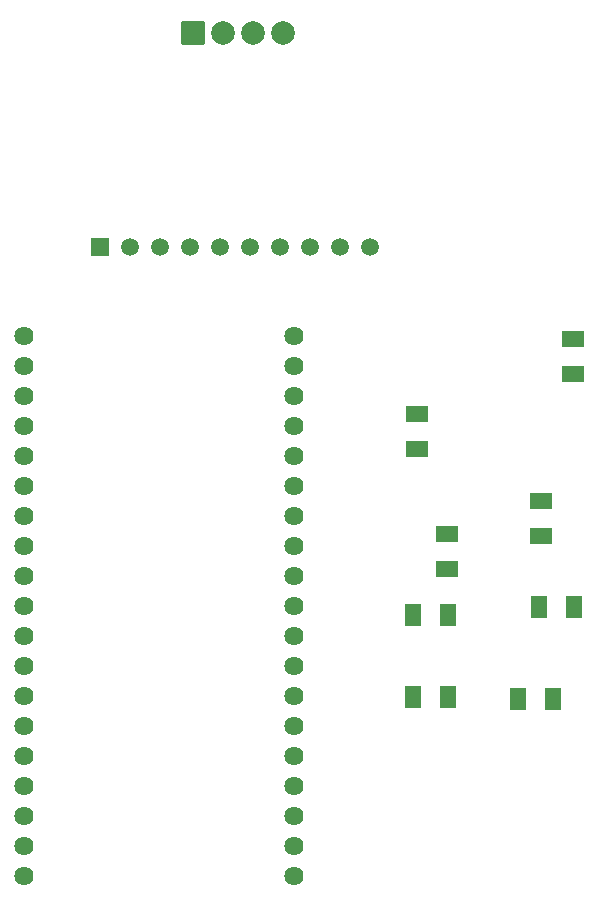
<source format=gts>
G04 Layer: TopSolderMaskLayer*
G04 EasyEDA v6.5.51, 2025-10-07 15:43:34*
G04 065a6221327546c7852400a8f05eee82,a6cf4550276c400b965b925ba5ea59c0,10*
G04 Gerber Generator version 0.2*
G04 Scale: 100 percent, Rotated: No, Reflected: No *
G04 Dimensions in millimeters *
G04 leading zeros omitted , absolute positions ,4 integer and 5 decimal *
%FSLAX45Y45*%
%MOMM*%

%AMMACRO1*4,1,8,-0.9421,-1.0015,-1.0015,-0.9418,-1.0015,0.9421,-0.9421,1.0015,0.9418,1.0015,1.0015,0.9421,1.0015,-0.9418,0.9418,-1.0015,-0.9421,-1.0015,0*%
%AMMACRO2*4,1,8,-0.7209,-0.7506,-0.7506,-0.7206,-0.7506,0.7209,-0.7209,0.7506,0.7206,0.7506,0.7506,0.7209,0.7506,-0.7206,0.7206,-0.7506,-0.7209,-0.7506,0*%
%AMMACRO3*4,1,8,-0.6248,-0.9012,-0.6546,-0.8712,-0.6546,0.8715,-0.6248,0.9012,0.6246,0.9012,0.6546,0.8715,0.6546,-0.8712,0.6246,-0.9012,-0.6248,-0.9012,0*%
%AMMACRO4*4,1,8,-0.8715,-0.6546,-0.9012,-0.6246,-0.9012,0.6248,-0.8715,0.6546,0.8712,0.6546,0.9012,0.6248,0.9012,-0.6246,0.8712,-0.6546,-0.8715,-0.6546,0*%
%ADD10C,2.0032*%
%ADD11MACRO1*%
%ADD12C,1.6256*%
%ADD13MACRO2*%
%ADD14C,1.5011*%
%ADD15MACRO3*%
%ADD16MACRO4*%
%ADD17C,0.0148*%

%LPD*%
D10*
G01*
X3810000Y-939672D03*
G01*
X3556000Y-939672D03*
G01*
X3302000Y-939672D03*
D11*
G01*
X3048000Y-939926D03*
D12*
G01*
X1612900Y-8077200D03*
G01*
X1612900Y-7823200D03*
G01*
X1612900Y-7569200D03*
G01*
X1612900Y-7315200D03*
G01*
X1612900Y-7061200D03*
G01*
X1612900Y-6807200D03*
G01*
X1612900Y-6553200D03*
G01*
X1612900Y-6299200D03*
G01*
X1612900Y-6045200D03*
G01*
X1612900Y-5791200D03*
G01*
X1612900Y-5537200D03*
G01*
X1612900Y-5283200D03*
G01*
X1612900Y-5029200D03*
G01*
X1612900Y-4775200D03*
G01*
X1612900Y-4521200D03*
G01*
X1612900Y-4267200D03*
G01*
X1612900Y-4013200D03*
G01*
X1612900Y-3759200D03*
G01*
X1612900Y-3505200D03*
G01*
X3898900Y-3505200D03*
G01*
X3898900Y-3759200D03*
G01*
X3898900Y-4013200D03*
G01*
X3898900Y-4267200D03*
G01*
X3898900Y-4521200D03*
G01*
X3898900Y-4775200D03*
G01*
X3898900Y-5029200D03*
G01*
X3898900Y-5283200D03*
G01*
X3898900Y-5537200D03*
G01*
X3898900Y-5791200D03*
G01*
X3898900Y-6045200D03*
G01*
X3898900Y-6299200D03*
G01*
X3898900Y-6553200D03*
G01*
X3898900Y-6807200D03*
G01*
X3898900Y-7061200D03*
G01*
X3898900Y-7315200D03*
G01*
X3898900Y-7569200D03*
G01*
X3898900Y-7823200D03*
G01*
X3898900Y-8077200D03*
D13*
G01*
X2260600Y-2755900D03*
D14*
G01*
X2514600Y-2755900D03*
G01*
X2768600Y-2755900D03*
G01*
X3022600Y-2755900D03*
G01*
X3276600Y-2755900D03*
G01*
X3530600Y-2755900D03*
G01*
X3784600Y-2755900D03*
G01*
X4038600Y-2755900D03*
G01*
X4292600Y-2755900D03*
G01*
X4546600Y-2755900D03*
D15*
G01*
X5795721Y-6578600D03*
G01*
X6091478Y-6578600D03*
D16*
G01*
X6261100Y-3535121D03*
G01*
X6261100Y-3830878D03*
G01*
X5994400Y-4906721D03*
G01*
X5994400Y-5202478D03*
D15*
G01*
X5973521Y-5803900D03*
G01*
X6269278Y-5803900D03*
D16*
G01*
X4940300Y-4465878D03*
G01*
X4940300Y-4170121D03*
G01*
X5194300Y-5481878D03*
G01*
X5194300Y-5186121D03*
D15*
G01*
X4906721Y-5867400D03*
G01*
X5202478Y-5867400D03*
G01*
X4906721Y-6565900D03*
G01*
X5202478Y-6565900D03*
M02*

</source>
